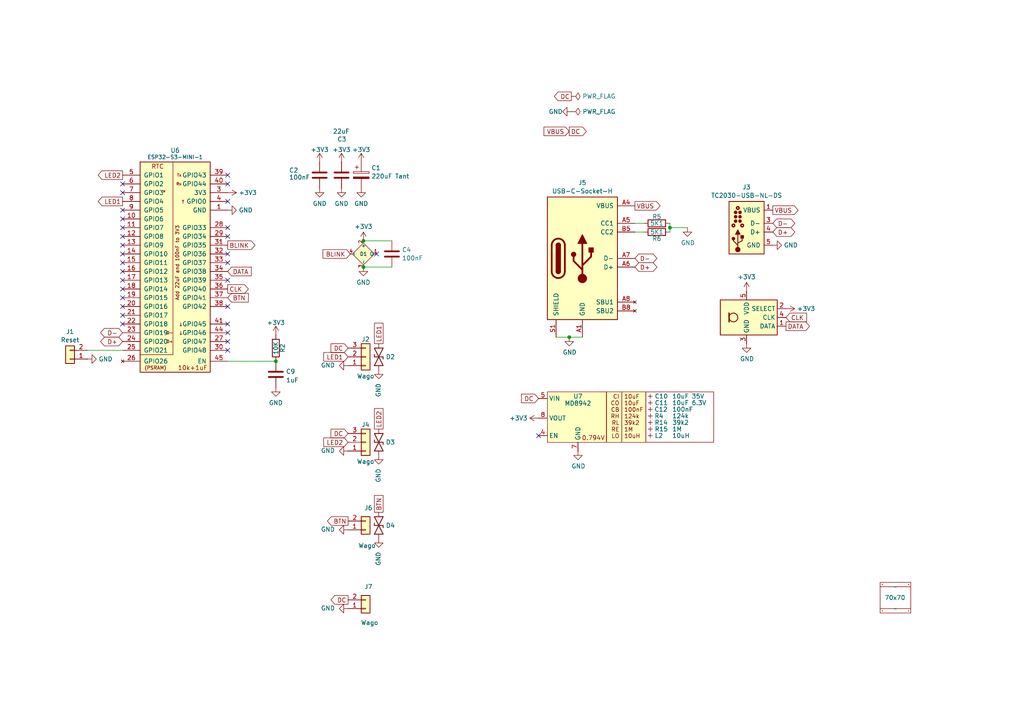
<source format=kicad_sch>
(kicad_sch (version 20241209) (generator "eeschema") (generator_version "9.0")
  (paper "A4")
  (title_block (title "LED driver") (rev "1") (comment 1 "@TheRealRevK") (comment 2 "www.me.uk"))
  (lib_symbols
    (symbol "Connector_Generic:Conn_01x02" (pin_names (offset 1.016) (hide yes))
      (property "Reference" "J" (at 0 2.54 0))
      (property "Value" "Conn_01x02" (at 0 -5.08 0))
      (symbol "Conn_01x02_1_1"
        (rectangle (start -1.27 1.27) (end 1.27 -3.81) (stroke (width 0.254)) (fill (type background)))
        (rectangle (start -1.27 0.127) (end 0 -0.127) (stroke (width 0.1524)))
        (rectangle (start -1.27 -2.413) (end 0 -2.667) (stroke (width 0.1524)))
        (pin passive line (at -5.08 0 0) (length 3.81) (name "Pin_1") (number "1"))
        (pin passive line (at -5.08 -2.54 0) (length 3.81) (name "Pin_2") (number "2"))
      )
    )
    (symbol "Connector_Generic:Conn_01x03" (pin_names (offset 1.016) (hide yes))
      (property "Reference" "J" (at 0 5.08 0))
      (property "Value" "Conn_01x03" (at 0 -5.08 0))
      (symbol "Conn_01x03_1_1"
        (rectangle (start -1.27 3.81) (end 1.27 -3.81) (stroke (width 0.254)) (fill (type background)))
        (rectangle (start -1.27 2.667) (end 0 2.413) (stroke (width 0.1524)))
        (rectangle (start -1.27 0.127) (end 0 -0.127) (stroke (width 0.1524)))
        (rectangle (start -1.27 -2.413) (end 0 -2.667) (stroke (width 0.1524)))
        (pin passive line (at -5.08 2.54 0) (length 3.81) (name "Pin_1") (number "1"))
        (pin passive line (at -5.08 0 0) (length 3.81) (name "Pin_2") (number "2"))
        (pin passive line (at -5.08 -2.54 0) (length 3.81) (name "Pin_3") (number "3"))
      )
    )
    (symbol "Device:C" (pin_numbers (hide yes)) (pin_names (offset 0.254))
      (property "Reference" "C" (at 0.635 2.54 0))
      (property "Value" "C" (at 0.635 -2.54 0))
      (symbol "C_0_1"
        (polyline (pts (xy -2.032 0.762) (xy 2.032 0.762)) (stroke (width 0.508)))
        (polyline (pts (xy -2.032 -0.762) (xy 2.032 -0.762)) (stroke (width 0.508)))
      )
      (symbol "C_1_1"
        (pin passive line (at 0 3.81 270) (length 2.794) (name "~") (number "1"))
        (pin passive line (at 0 -3.81 90) (length 2.794) (name "~") (number "2"))
      )
    )
    (symbol "Device:C_Polarized" (pin_numbers (hide yes)) (pin_names (offset 0.254))
      (property "Reference" "C" (at 0.635 2.54 0))
      (property "Value" "C_Polarized" (at 0.635 -2.54 0))
      (symbol "C_Polarized_0_1"
        (rectangle (start -2.286 0.508) (end 2.286 1.016))
        (polyline (pts (xy -1.778 2.286) (xy -0.762 2.286)))
        (polyline (pts (xy -1.27 2.794) (xy -1.27 1.778)))
        (rectangle (start 2.286 -0.508) (end -2.286 -1.016) (fill (type outline)))
      )
      (symbol "C_Polarized_1_1"
        (pin passive line (at 0 3.81 270) (length 2.794) (name "~") (number "1"))
        (pin passive line (at 0 -3.81 90) (length 2.794) (name "~") (number "2"))
      )
    )
    (symbol "Device:R" (pin_numbers (hide yes)) (pin_names (offset 0))
      (property "Reference" "R" (at 2.032 0 90))
      (property "Value" "R" (at 0 0 90))
      (symbol "R_0_1"
        (rectangle (start -1.016 -2.54) (end 1.016 2.54) (stroke (width 0.254)))
      )
      (symbol "R_1_1"
        (pin passive line (at 0 3.81 270) (length 1.27) (name "~") (number "1"))
        (pin passive line (at 0 -3.81 90) (length 1.27) (name "~") (number "2"))
      )
    )
    (symbol "RevK:ES05D1MC10" (pin_numbers (hide yes))
      (property "Reference" "D" (at 0 2.54 0))
      (symbol "ES05D1MC10_0_1"
        (polyline (pts (xy -2.54 1.27) (xy -2.54 -1.27) (xy 0 0) (xy -2.54 1.27)) (stroke (width 0.254)))
        (polyline (pts (xy 2.54 -1.27) (xy 2.54 1.27) (xy 0 0) (xy 2.54 -1.27)) (stroke (width 0.254)))
      )
      (symbol "ES05D1MC10_1_1"
        (polyline (pts (xy 0.635 1.27) (xy 0 1.27) (xy 0 -1.27) (xy -0.635 -1.27)) (stroke (width 0.254)))
        (pin passive line (at -3.81 0 0) (length 1.27) (name "~") (number "2"))
        (pin passive line (at 3.81 0 180) (length 1.27) (name "~") (number "1"))
      )
    )
    (symbol "RevK:ESP32-S3-MINI-1-N4R2" (pin_names (offset 1.016))
      (property "Reference" "U" (at 9.525 28.575 0))
      (property "Value" "ESP32-S3-MINI-1-N4R2" (at 0 31.115 0))
      (symbol "ESP32-S3-MINI-1-N4R2_0_0"
        (rectangle (start -10.16 30.48) (end 10.16 -30.48) (stroke (width 0.254)) (fill (type background)))
      )
      (symbol "ESP32-S3-MINI-1-N4R2_1_1"
        (polyline (pts (xy -10.16 -25.4) (xy -0.635 -25.4)))
        (polyline (pts (xy -0.635 30.48) (xy -0.635 -25.4)))
        (text "(PSRAM)" (at -5.715 -29.21 0) (effects (font (size 1 1))))
        (text "RTC" (at -5.08 29.21 0) (effects (font (size 1.27 1.27))))
        (text "*" (at -3.175 21.59 0) (effects (font (size 1.27 1.27))))
        (text "D-" (at -2.54 -19.05 0) (effects (font (size 0.8 0.8)) (justify left)))
        (text "D+" (at -2.54 -21.59 0) (effects (font (size 0.8 0.8)) (justify left)))
        (text "Add 22uF and 100nF to 3V3" (at 0.635 1.27 900) (effects (font (size 1 1))))
        (text "Tx" (at 1.905 26.67 0) (effects (font (size 0.8 0.8)) (justify right)))
        (text "Rx" (at 1.905 24.13 0) (effects (font (size 0.8 0.8)) (justify right)))
        (text "↓" (at 2.54 -16.51 0) (effects (font (size 1.27 1.27)) (justify right)))
        (text "↓" (at 2.54 -19.05 0) (effects (font (size 1.27 1.27)) (justify right)))
        (text "↑" (at 3.175 19.05 0) (effects (font (size 1.27 1.27)) (justify right)))
        (text "10k+1uF" (at 5.08 -29.21 0) (effects (font (size 1.27 1.27))))
        (pin passive line (at -15.24 26.67 0) (length 5.08) (name "GPIO1") (number "5"))
        (pin passive line (at -15.24 24.13 0) (length 5.08) (name "GPIO2") (number "6"))
        (pin passive line (at -15.24 21.59 0) (length 5.08) (name "GPIO3") (number "7"))
        (pin passive line (at -15.24 19.05 0) (length 5.08) (name "GPIO4") (number "8"))
        (pin passive line (at -15.24 16.51 0) (length 5.08) (name "GPIO5") (number "9"))
        (pin passive line (at -15.24 13.97 0) (length 5.08) (name "GPIO6") (number "10"))
        (pin passive line (at -15.24 11.43 0) (length 5.08) (name "GPIO7") (number "11"))
        (pin passive line (at -15.24 8.89 0) (length 5.08) (name "GPIO8") (number "12"))
        (pin passive line (at -15.24 6.35 0) (length 5.08) (name "GPIO9") (number "13"))
        (pin passive line (at -15.24 3.81 0) (length 5.08) (name "GPIO10") (number "14"))
        (pin passive line (at -15.24 1.27 0) (length 5.08) (name "GPIO11") (number "15"))
        (pin passive line (at -15.24 -1.27 0) (length 5.08) (name "GPIO12") (number "16"))
        (pin passive line (at -15.24 -3.81 0) (length 5.08) (name "GPIO13") (number "17"))
        (pin passive line (at -15.24 -6.35 0) (length 5.08) (name "GPIO14") (number "18"))
        (pin passive line (at -15.24 -8.89 0) (length 5.08) (name "GPIO15") (number "19"))
        (pin passive line (at -15.24 -11.43 0) (length 5.08) (name "GPIO16") (number "20"))
        (pin passive line (at -15.24 -13.97 0) (length 5.08) (name "GPIO17") (number "21"))
        (pin passive line (at -15.24 -16.51 0) (length 5.08) (name "GPIO18") (number "22"))
        (pin passive line (at -15.24 -19.05 0) (length 5.08) (name "GPIO19") (number "23"))
        (pin passive line (at -15.24 -21.59 0) (length 5.08) (name "GPIO20") (number "24"))
        (pin passive line (at -15.24 -24.13 0) (length 5.08) (name "GPIO21") (number "25"))
        (pin no_connect line (at -15.24 -27.305 0) (length 5.08) (name "GPIO26") (number "26"))
        (pin passive line (at 15.24 26.67 180) (length 5.08) (name "GPIO43") (number "39"))
        (pin passive line (at 15.24 24.13 180) (length 5.08) (name "GPIO44") (number "40"))
        (pin power_in line (at 15.24 21.59 180) (length 5.08) (name "3V3") (number "3"))
        (pin passive line (at 15.24 19.05 180) (length 5.08) (name "GPIO0") (number "4"))
        (pin power_in line (at 15.24 16.51 180) (length 5.08) (name "GND") (number "1"))
        (pin power_in line (at 15.24 16.51 180) (length 5.08) (hide yes) (name "GND") (number "2"))
        (pin power_in line (at 15.24 16.51 180) (length 5.08) (hide yes) (name "GND") (number "42"))
        (pin power_in line (at 15.24 16.51 180) (length 5.08) (hide yes) (name "GND") (number "43"))
        (pin power_in line (at 15.24 16.51 180) (length 5.08) (hide yes) (name "GND") (number "46"))
        (pin power_in line (at 15.24 16.51 180) (length 5.08) (hide yes) (name "GND") (number "47"))
        (pin power_in line (at 15.24 16.51 180) (length 5.08) (hide yes) (name "GND") (number "48"))
        (pin power_in line (at 15.24 16.51 180) (length 5.08) (hide yes) (name "GND") (number "49"))
        (pin power_in line (at 15.24 16.51 180) (length 5.08) (hide yes) (name "GND") (number "50"))
        (pin power_in line (at 15.24 16.51 180) (length 5.08) (hide yes) (name "GND") (number "51"))
        (pin power_in line (at 15.24 16.51 180) (length 5.08) (hide yes) (name "GND") (number "52"))
        (pin power_in line (at 15.24 16.51 180) (length 5.08) (hide yes) (name "GND") (number "53"))
        (pin power_in line (at 15.24 16.51 180) (length 5.08) (hide yes) (name "GND") (number "54"))
        (pin power_in line (at 15.24 16.51 180) (length 5.08) (hide yes) (name "GND") (number "55"))
        (pin power_in line (at 15.24 16.51 180) (length 5.08) (hide yes) (name "GND") (number "56"))
        (pin power_in line (at 15.24 16.51 180) (length 5.08) (hide yes) (name "GND") (number "57"))
        (pin power_in line (at 15.24 16.51 180) (length 5.08) (hide yes) (name "GND") (number "58"))
        (pin power_in line (at 15.24 16.51 180) (length 5.08) (hide yes) (name "GND") (number "59"))
        (pin power_in line (at 15.24 16.51 180) (length 5.08) (hide yes) (name "GND") (number "60"))
        (pin power_in line (at 15.24 16.51 180) (length 5.08) (hide yes) (name "GND") (number "61"))
        (pin power_in line (at 15.24 16.51 180) (length 5.08) (hide yes) (name "GND") (number "62"))
        (pin power_in line (at 15.24 16.51 180) (length 5.08) (hide yes) (name "GND") (number "63"))
        (pin power_in line (at 15.24 16.51 180) (length 5.08) (hide yes) (name "GND") (number "64"))
        (pin power_in line (at 15.24 16.51 180) (length 5.08) (hide yes) (name "GND") (number "65"))
        (pin passive line (at 15.24 11.43 180) (length 5.08) (name "GPIO33") (number "28"))
        (pin passive line (at 15.24 8.89 180) (length 5.08) (name "GPIO34") (number "29"))
        (pin passive line (at 15.24 6.35 180) (length 5.08) (name "GPIO35") (number "31"))
        (pin passive line (at 15.24 3.81 180) (length 5.08) (name "GPIO36") (number "32"))
        (pin passive line (at 15.24 1.27 180) (length 5.08) (name "GPIO37") (number "33"))
        (pin passive line (at 15.24 -1.27 180) (length 5.08) (name "GPIO38") (number "34"))
        (pin passive line (at 15.24 -3.81 180) (length 5.08) (name "GPIO39") (number "35"))
        (pin passive line (at 15.24 -6.35 180) (length 5.08) (name "GPIO40") (number "36"))
        (pin passive line (at 15.24 -8.89 180) (length 5.08) (name "GPIO41") (number "37"))
        (pin passive line (at 15.24 -11.43 180) (length 5.08) (name "GPIO42") (number "38"))
        (pin passive line (at 15.24 -16.51 180) (length 5.08) (name "GPIO45") (number "41"))
        (pin passive line (at 15.24 -19.05 180) (length 5.08) (name "GPIO46") (number "44"))
        (pin passive line (at 15.24 -21.59 180) (length 5.08) (name "GPIO47") (number "27"))
        (pin passive line (at 15.24 -24.13 180) (length 5.08) (name "GPIO48") (number "30"))
        (pin input line (at 15.24 -27.305 180) (length 5.08) (name "EN") (number "45"))
      )
    )
    (symbol "RevK:Hidden" (pin_names (offset 1.016)) (in_bom no)
      (property "Reference" "Z" (at 0.635 0 0))
      (property "Value" "Hidden" (at 4.445 0 0))
      (symbol "Hidden_0_1"
        (polyline (pts (xy -0.635 0) (xy 0.635 0)) (stroke (width 0.1524)))
        (polyline (pts (xy 0 0.635) (xy 0 -0.635)) (stroke (width 0.1524)))
      )
    )
    (symbol "RevK:MD89420-RegBlock"
      (property "Reference" "U" (at -0.635 4.445 0))
      (property "Value" "MD8942" (at 0 6.35 0))
      (symbol "MD89420-RegBlock_1_1"
        (rectangle (start -8.89 7.62) (end 8.255 -6.985) (fill (type background)))
        (rectangle (start 8.255 7.62) (end 12.7 -6.985) (fill (type background)))
        (rectangle (start 12.7 7.62) (end 19.685 -6.985) (fill (type background)))
        (rectangle (start 19.685 7.62) (end 39.37 -6.985))
        (text "0.794V" (at 4.445 -5.715 0) (effects (font (size 1.27 1.27))))
        (text "CI\nCO\nCB\nRH\nRL\nRE\nLO" (at 12.065 6.985 0) (effects (font (size 1.185 1.185)) (justify right top)))
        (text "10uF\n10uF\n100nF\n124k\n39k2\n1M\n10uH" (at 13.335 6.985 0) (effects (font (size 1.185 1.185)) (justify left top)))
        (pin power_in line (at -11.43 5.715 0) (length 2.54) (name "VIN") (number "5"))
        (pin power_out line (at -11.43 0 0) (length 2.54) (name "VOUT") (number "8"))
        (pin input line (at -11.43 -5.08 0) (length 2.54) (name "EN") (number "4"))
        (pin power_in line (at 0 -9.525 90) (length 2.54) (hide yes) (name "GND") (number "2"))
        (pin power_in line (at 0 -9.525 90) (length 2.54) (name "GND") (number "7"))
        (pin no_connect line (at 5.715 1.905 0) (length 2.54) (hide yes) (name "") (number "3"))
        (pin no_connect line (at 5.715 0 0) (length 2.54) (hide yes) (name "") (number "1"))
        (pin no_connect line (at 5.715 -1.905 0) (length 2.54) (hide yes) (name "") (number "6"))
      )
    )
    (symbol "RevK:PCB" (in_bom no)
      (property "Value" "XxY" (at 0 0 0))
      (symbol "PCB_0_1"
        (rectangle (start -4.445 4.445) (end 4.445 -4.445))
        (circle (center -3.81 3.81) (radius 0.0001))
        (circle (center -3.81 -3.81) (radius 0.0001))
        (circle (center 3.81 3.81) (radius 0.0001))
        (circle (center 3.81 -3.81) (radius 0.0001))
      )
    )
    (symbol "RevK:T3902_MEMS_Mic"
      (symbol "T3902_MEMS_Mic_1_1"
        (rectangle (start -7.62 5.08) (end 8.89 -5.08) (stroke (width 0.254)) (fill (type background)))
        (polyline (pts (xy -5.08 1.27) (xy -5.08 -1.27)) (stroke (width 0.381)))
        (circle (center -3.81 0) (radius 1.27) (stroke (width 0.254)))
        (pin power_in line (at 0 7.62 270) (length 2.54) (name "VDD") (number "5"))
        (pin power_in line (at 0 -7.62 90) (length 2.54) (name "GND") (number "3"))
        (pin input line (at 11.43 2.54 180) (length 2.54) (name "SELECT") (number "2"))
        (pin input line (at 11.43 0 180) (length 2.54) (name "CLK") (number "4"))
        (pin output line (at 11.43 -2.54 180) (length 2.54) (name "DATA") (number "1"))
      )
    )
    (symbol "RevK:TC2030-USB-NL" (pin_names (offset 1.016)) (in_bom no)
      (property "Reference" "J" (at 0 10.922 0))
      (property "Value" "TC2030-USB-NL" (at 0 8.89 0))
      (symbol "TC2030-USB-NL_0_1"
        (rectangle (start -5.08 7.62) (end 5.08 -7.62) (stroke (width 0.254)) (fill (type background)))
        (circle (center -3.81 -3.175) (radius 0.381) (stroke (width 0.254)) (fill (type outline)))
        (circle (center -3.175 4.445) (radius 0.381) (stroke (width 0.254)) (fill (type outline)))
        (circle (center -3.175 3.175) (radius 0.381) (stroke (width 0.254)) (fill (type outline)))
        (circle (center -3.175 1.905) (radius 0.381) (stroke (width 0.254)) (fill (type outline)))
        (polyline (pts (xy -3.175 -1.905) (xy -1.905 -1.905) (xy -2.54 -0.635) (xy -3.175 -1.905)) (stroke (width 0.254)) (fill (type outline)))
        (polyline (pts (xy -2.54 -5.08) (xy -2.54 -4.445) (xy -1.27 -3.81) (xy -1.27 -2.54)) (stroke (width 0.254)))
        (polyline (pts (xy -2.54 -5.715) (xy -2.54 -5.08) (xy -3.81 -3.81) (xy -3.81 -3.175)) (stroke (width 0.254)))
        (circle (center -2.54 -6.35) (radius 0.635) (stroke (width 0.254)) (fill (type outline)))
        (circle (center -1.905 4.445) (radius 0.381) (stroke (width 0.254)) (fill (type outline)))
        (circle (center -1.905 3.175) (radius 0.381) (stroke (width 0.254)) (fill (type outline)))
        (circle (center -1.905 1.905) (radius 0.381) (stroke (width 0.254)) (fill (type outline)))
        (rectangle (start -1.651 -2.286) (end -0.889 -3.048) (stroke (width 0.254)) (fill (type outline)))
      )
      (symbol "TC2030-USB-NL_1_1"
        (circle (center -3.81 0.635) (radius 0.381) (stroke (width 0.4)))
        (circle (center -2.54 5.715) (radius 0.381) (stroke (width 0.4)))
        (polyline (pts (xy -2.54 -4.445) (xy -2.54 -1.905)) (stroke (width 0.254)))
        (circle (center -1.27 0.635) (radius 0.381) (stroke (width 0.4)))
        (pin passive line (at 7.62 5.08 180) (length 2.54) (name "VBUS") (number "1"))
        (pin passive line (at 7.62 5.08 180) (length 2.54) (hide yes) (name "VBUS") (number "2"))
        (pin bidirectional line (at 7.62 1.27 180) (length 2.54) (name "D-") (number "3"))
        (pin bidirectional line (at 7.62 -1.27 180) (length 2.54) (name "D+") (number "4"))
        (pin passive line (at 7.62 -5.08 180) (length 2.54) (name "GND") (number "5"))
        (pin passive line (at 7.62 -5.08 180) (length 2.54) (hide yes) (name "GND") (number "6"))
      )
    )
    (symbol "RevK:USB-C-Socket-H" (pin_names (offset 1.016))
      (property "Reference" "J" (at -10.16 19.05 0))
      (property "Value" "USB-C-Socket-V" (at 0.635 12.7 0))
      (symbol "USB-C-Socket-H_0_1"
        (rectangle (start -10.16 17.78) (end 10.16 -17.78) (stroke (width 0.254)) (fill (type background)))
        (polyline (pts (xy -8.89 -3.81) (xy -8.89 3.81)) (stroke (width 0.508)))
        (rectangle (start -7.62 -3.81) (end -6.35 3.81) (stroke (width 0.254)) (fill (type outline)))
        (arc (start -7.62 3.81) (mid -6.985 4.4423) (end -6.35 3.81) (stroke (width 0.254)))
        (arc (start -7.62 3.81) (mid -6.985 4.4423) (end -6.35 3.81) (stroke (width 0.254)) (fill (type outline)))
        (arc (start -8.89 3.81) (mid -6.985 5.7067) (end -5.08 3.81) (stroke (width 0.508)))
        (arc (start -5.08 -3.81) (mid -6.985 -5.7067) (end -8.89 -3.81) (stroke (width 0.508)))
        (arc (start -6.35 -3.81) (mid -6.985 -4.4423) (end -7.62 -3.81) (stroke (width 0.254)) (fill (type outline)))
        (arc (start -6.35 -3.81) (mid -6.985 -4.4423) (end -7.62 -3.81) (stroke (width 0.254)))
        (polyline (pts (xy -5.08 3.81) (xy -5.08 -3.81)) (stroke (width 0.508)))
        (circle (center -2.54 1.143) (radius 0.635) (stroke (width 0.254)) (fill (type outline)))
        (polyline (pts (xy -1.27 4.318) (xy 0 6.858) (xy 1.27 4.318) (xy -1.27 4.318)) (stroke (width 0.254)) (fill (type outline)))
        (polyline (pts (xy 0 -2.032) (xy 2.54 0.508) (xy 2.54 1.778)) (stroke (width 0.508)))
        (polyline (pts (xy 0 -3.302) (xy -2.54 -0.762) (xy -2.54 0.508)) (stroke (width 0.508)))
        (polyline (pts (xy 0 -5.842) (xy 0 4.318)) (stroke (width 0.508)))
        (circle (center 0 -5.842) (radius 1.27) (fill (type outline)))
        (rectangle (start 1.905 1.778) (end 3.175 3.048) (stroke (width 0.254)) (fill (type outline)))
      )
      (symbol "USB-C-Socket-H_1_1"
        (pin passive line (at -7.62 -22.86 90) (length 5.08) (name "SHIELD") (number "S1"))
        (pin passive line (at 0 -22.86 90) (length 5.08) (name "GND") (number "A1"))
        (pin passive line (at 0 -22.86 90) (length 5.08) (hide yes) (name "GND") (number "A12"))
        (pin passive line (at 0 -22.86 90) (length 5.08) (hide yes) (name "GND") (number "B1"))
        (pin passive line (at 0 -22.86 90) (length 5.08) (hide yes) (name "GND") (number "B12"))
        (pin passive line (at 15.24 15.24 180) (length 5.08) (name "VBUS") (number "A4"))
        (pin passive line (at 15.24 15.24 180) (length 5.08) (hide yes) (name "VBUS") (number "A9"))
        (pin passive line (at 15.24 15.24 180) (length 5.08) (hide yes) (name "VBUS") (number "B4"))
        (pin passive line (at 15.24 15.24 180) (length 5.08) (hide yes) (name "VBUS") (number "B9"))
        (pin bidirectional line (at 15.24 10.16 180) (length 5.08) (name "CC1") (number "A5"))
        (pin bidirectional line (at 15.24 7.62 180) (length 5.08) (name "CC2") (number "B5"))
        (pin bidirectional line (at 15.24 0 180) (length 5.08) (name "D-") (number "A7"))
        (pin bidirectional line (at 15.24 0 180) (length 5.08) (hide yes) (name "D-") (number "B7"))
        (pin bidirectional line (at 15.24 -2.54 180) (length 5.08) (name "D+") (number "A6"))
        (pin bidirectional line (at 15.24 -2.54 180) (length 5.08) (hide yes) (name "D+") (number "B6"))
        (pin no_connect line (at 15.24 -12.7 180) (length 5.08) (name "SBU1") (number "A8"))
        (pin no_connect line (at 15.24 -15.24 180) (length 5.08) (name "SBU2") (number "B8"))
      )
    )
    (symbol "RevK:VCUT" (in_bom no)
      (symbol "VCUT_0_1"
        (polyline (pts (xy -4.445 0) (xy 4.445 0)))
      )
    )
    (symbol "RevK:WS2812B-1mm" (pin_names (offset 0.254))
      (property "Reference" "D" (at 0 0 0))
      (symbol "WS2812B-1mm_1_1"
        (polyline (pts (xy 0 3.175) (xy 3.175 0) (xy 0 -3.175) (xy -3.175 0) (xy 0 3.175)) (fill (type background)))
        (pin input line (at -3.81 0 0) (length 0.5) (name "I") (number "4"))
        (pin power_in line (at 0 3.81 270) (length 0.5) (name "-") (number "3"))
        (pin power_in line (at 0 -3.81 90) (length 0.5) (name "+") (number "2"))
        (pin output line (at 3.81 0 180) (length 0.5) (name "O") (number "1"))
      )
    )
    (symbol "power:+3.3V" (power) (pin_numbers (hide yes)) (pin_names (offset 0) (hide yes))
      (property "Value" "+3.3V" (at 0 3.556 0))
      (symbol "+3.3V_0_1"
        (polyline (pts (xy -0.762 1.27) (xy 0 2.54)))
        (polyline (pts (xy 0 2.54) (xy 0.762 1.27)))
        (polyline (pts (xy 0 0) (xy 0 2.54)))
      )
      (symbol "+3.3V_1_1"
        (pin power_in line (at 0 0 90) (length 0) (name "~") (number "1"))
      )
    )
    (symbol "power:GND" (power) (pin_numbers (hide yes)) (pin_names (offset 0) (hide yes))
      (property "Value" "GND" (at 0 -3.81 0))
      (symbol "GND_0_1"
        (polyline (pts (xy 0 0) (xy 0 -1.27) (xy 1.27 -1.27) (xy 0 -2.54) (xy -1.27 -1.27) (xy 0 -1.27)))
      )
      (symbol "GND_1_1"
        (pin power_in line (at 0 0 270) (length 0) (name "~") (number "1"))
      )
    )
    (symbol "power:PWR_FLAG" (power) (pin_numbers (hide yes)) (pin_names (offset 0) (hide yes))
      (property "Value" "PWR_FLAG" (at 0 3.81 0))
      (symbol "PWR_FLAG_0_0"
        (pin power_out line (at 0 0 90) (length 0) (name "~") (number "1"))
      )
      (symbol "PWR_FLAG_0_1"
        (polyline (pts (xy 0 0) (xy 0 1.27) (xy -1.016 1.905) (xy 0 2.54) (xy 1.016 1.905) (xy 0 1.27)))
      )
    )
  )
  (junction (at 105.41 69.85))
  (junction (at 165.1 97.79))
  (junction (at 105.41 77.47))
  (junction (at 194.31 66.04))
  (junction (at 80.01 104.775))
  (no_connect (at 35.56 60.96))
  (no_connect (at 66.04 81.28))
  (no_connect (at 66.04 58.42))
  (no_connect (at 66.04 50.8))
  (no_connect (at 66.04 101.6))
  (no_connect (at 35.56 66.04))
  (no_connect (at 35.56 73.66))
  (no_connect (at 35.56 91.44))
  (no_connect (at 35.56 55.88))
  (no_connect (at 66.04 88.9))
  (no_connect (at 35.56 88.9))
  (no_connect (at 156.21 126.365))
  (no_connect (at 35.56 63.5))
  (no_connect (at 35.56 81.28))
  (no_connect (at 35.56 93.98))
  (no_connect (at 35.56 71.12))
  (no_connect (at 35.56 78.74))
  (no_connect (at 66.04 76.2))
  (no_connect (at 66.04 66.04))
  (no_connect (at 35.56 68.58))
  (no_connect (at 35.56 83.82))
  (no_connect (at 66.04 93.98))
  (no_connect (at 35.56 53.34))
  (no_connect (at 35.56 76.2))
  (no_connect (at 66.04 73.66))
  (no_connect (at 66.04 99.06))
  (no_connect (at 66.04 53.34))
  (no_connect (at 66.04 68.58))
  (no_connect (at 109.22 73.66))
  (no_connect (at 66.04 96.52))
  (no_connect (at 35.56 86.36))
  (wire (pts (xy 194.31 66.04) (xy 194.31 67.31)))
  (wire (pts (xy 105.41 69.85) (xy 113.665 69.85)))
  (wire (pts (xy 161.29 97.79) (xy 165.1 97.79)))
  (wire (pts (xy 199.39 66.04) (xy 194.31 66.04)))
  (wire (pts (xy 105.41 77.47) (xy 113.665 77.47)))
  (wire (pts (xy 25.4 101.6) (xy 35.56 101.6)))
  (wire (pts (xy 194.31 64.77) (xy 194.31 66.04)))
  (wire (pts (xy 184.15 64.77) (xy 186.69 64.77)))
  (wire (pts (xy 168.91 97.79) (xy 165.1 97.79)))
  (wire (pts (xy 184.15 67.31) (xy 186.69 67.31)))
  (wire (pts (xy 66.04 104.775) (xy 80.01 104.775)))
  (global_label "D+" (shape bidirectional) (at 224.155 67.31 0) (property "Intersheetrefs" "${INTERSHEET_REFS}" (effects (hide yes))))
  (global_label "CLK" (shape input) (at 227.965 92.075 0) (property "Intersheetrefs" "${INTERSHEET_REFS}" (effects (hide yes))))
  (global_label "LED2" (shape passive) (at 109.855 124.46 90) (property "Intersheetrefs" "${INTERSHEET_REFS}" (effects (hide yes))))
  (global_label "LED2" (shape input) (at 100.965 128.27 180) (property "Intersheetrefs" "${INTERSHEET_REFS}" (effects (hide yes))))
  (global_label "LED1" (shape input) (at 100.965 103.505 180) (property "Intersheetrefs" "${INTERSHEET_REFS}" (effects (hide yes))))
  (global_label "DC" (shape input) (at 100.965 125.73 180) (property "Intersheetrefs" "${INTERSHEET_REFS}" (effects (hide yes))))
  (global_label "CLK" (shape output) (at 66.04 83.82 0) (property "Intersheetrefs" "${INTERSHEET_REFS}" (effects (hide yes))))
  (global_label "D+" (shape bidirectional) (at 35.56 99.06 180) (property "Intersheetrefs" "${INTERSHEET_REFS}" (effects (hide yes))))
  (global_label "DATA" (shape output) (at 227.965 94.615 0) (property "Intersheetrefs" "${INTERSHEET_REFS}" (effects (hide yes))))
  (global_label "BTN" (shape input) (at 66.04 86.36 0) (property "Intersheetrefs" "${INTERSHEET_REFS}" (effects (hide yes))))
  (global_label "LED1" (shape output) (at 35.56 58.42 180) (property "Intersheetrefs" "${INTERSHEET_REFS}" (effects (hide yes))))
  (global_label "DC" (shape input) (at 100.965 100.965 180) (property "Intersheetrefs" "${INTERSHEET_REFS}" (effects (hide yes))))
  (global_label "VBUS" (shape output) (at 224.155 60.96 0) (property "Intersheetrefs" "${INTERSHEET_REFS}" (effects (hide yes))))
  (global_label "VBUS" (shape output) (at 184.15 59.69 0) (property "Intersheetrefs" "${INTERSHEET_REFS}" (effects (hide yes))))
  (global_label "BTN" (shape output) (at 100.965 151.13 180) (property "Intersheetrefs" "${INTERSHEET_REFS}" (effects (hide yes))))
  (global_label "D-" (shape bidirectional) (at 224.155 64.77 0) (property "Intersheetrefs" "${INTERSHEET_REFS}" (effects (hide yes))))
  (global_label "DC" (shape input) (at 156.21 115.57 180) (property "Intersheetrefs" "${INTERSHEET_REFS}" (effects (hide yes))))
  (global_label "DATA" (shape input) (at 66.04 78.74 0) (property "Intersheetrefs" "${INTERSHEET_REFS}" (effects (hide yes))))
  (global_label "D-" (shape bidirectional) (at 184.15 74.93 0) (property "Intersheetrefs" "${INTERSHEET_REFS}" (effects (hide yes))))
  (global_label "DC" (shape output) (at 165.735 27.94 180) (property "Intersheetrefs" "${INTERSHEET_REFS}" (effects (hide yes))))
  (global_label "BLINK" (shape input) (at 101.6 73.66 180) (property "Intersheetrefs" "${INTERSHEET_REFS}" (effects (hide yes))))
  (global_label "D+" (shape bidirectional) (at 184.15 77.47 0) (property "Intersheetrefs" "${INTERSHEET_REFS}" (effects (hide yes))))
  (global_label "BTN" (shape passive) (at 109.855 148.59 90) (property "Intersheetrefs" "${INTERSHEET_REFS}" (effects (hide yes))))
  (global_label "DC" (shape output) (at 165.1 38.1 0) (property "Intersheetrefs" "${INTERSHEET_REFS}" (effects (hide yes))))
  (global_label "VBUS" (shape input) (at 165.1 38.1 180) (property "Intersheetrefs" "${INTERSHEET_REFS}" (effects (hide yes))))
  (global_label "DC" (shape output) (at 100.965 173.99 180) (property "Intersheetrefs" "${INTERSHEET_REFS}" (effects (hide yes))))
  (global_label "BLINK" (shape output) (at 66.04 71.12 0) (property "Intersheetrefs" "${INTERSHEET_REFS}" (effects (hide yes))))
  (global_label "D-" (shape bidirectional) (at 35.56 96.52 180) (property "Intersheetrefs" "${INTERSHEET_REFS}" (effects (hide yes))))
  (global_label "LED2" (shape output) (at 35.56 50.8 180) (property "Intersheetrefs" "${INTERSHEET_REFS}" (effects (hide yes))))
  (global_label "LED1" (shape passive) (at 109.855 99.695 90) (property "Intersheetrefs" "${INTERSHEET_REFS}" (effects (hide yes))))
  (symbol (lib_id "Device:R") (at 190.5 64.77 90) (unit 1)
    (property "Reference" "R5" (at 190.5 62.865 90))
    (property "Value" "5K1" (at 190.5 64.77 90))
    (property "Footprint" "RevK:R_0402" (effects (hide yes)))
    (property "Description" "Resistor" (effects (hide yes)))
  )
  (symbol (lib_id "power:GND") (at 199.39 66.04 0) (unit 1)
    (property "Reference" "#PWR011" (effects (hide yes)))
    (property "Value" "GND" (at 199.517 70.4342 0))
    (property "Description" "Power symbol creates a global label with name \"GND\" , ground" (effects (hide yes)))
  )
  (symbol (lib_id "power:GND") (at 165.1 97.79 0) (unit 1)
    (property "Reference" "#PWR012" (effects (hide yes)))
    (property "Value" "GND" (at 165.227 102.1842 0))
    (property "Description" "Power symbol creates a global label with name \"GND\" , ground" (effects (hide yes)))
  )
  (symbol (lib_id "Device:R") (at 190.5 67.31 270) (unit 1)
    (property "Reference" "R6" (at 190.5 69.215 90))
    (property "Value" "5K1" (at 190.5 67.31 90))
    (property "Footprint" "RevK:R_0402" (effects (hide yes)))
    (property "Description" "Resistor" (effects (hide yes)))
  )
  (symbol (lib_id "power:PWR_FLAG") (at 165.735 27.94 270) (unit 1)
    (property "Reference" "#FLG01" (effects (hide yes)))
    (property "Value" "PWR_FLAG" (at 168.91 27.94 90) (effects (justify left)))
    (property "Description" "Special symbol for telling ERC where power comes from" (effects (hide yes)))
  )
  (symbol (lib_id "power:PWR_FLAG") (at 165.735 32.385 270) (unit 1)
    (property "Reference" "#FLG02" (effects (hide yes)))
    (property "Value" "PWR_FLAG" (at 168.91 32.385 90) (effects (justify left)))
    (property "Description" "Special symbol for telling ERC where power comes from" (effects (hide yes)))
  )
  (symbol (lib_id "RevK:Hidden") (at 188.595 114.935 0) (unit 1)
    (property "Reference" "C10" (at 189.865 114.935 0) (effects (justify left)))
    (property "Value" "10uF 35V" (at 194.945 114.935 0) (effects (justify left)))
    (property "Footprint" "RevK:C_0603_" (effects (hide yes)))
    (property "LCSC Part #" "C194427" (effects (hide yes)))
  )
  (symbol (lib_id "RevK:Hidden") (at 188.595 118.745 90) (unit 1)
    (property "Reference" "C12" (at 193.675 118.745 90) (effects (justify left)))
    (property "Value" "100nF" (at 194.945 118.745 90) (effects (justify right)))
    (property "Footprint" "RevK:C_0603_" (effects (hide yes)))
  )
  (symbol (lib_id "RevK:Hidden") (at 188.595 124.46 0) (unit 1)
    (property "Reference" "R15" (at 189.865 124.46 0) (effects (justify left)))
    (property "Value" "1M" (at 194.945 124.46 0) (effects (justify left)))
    (property "Footprint" "RevK:R_0402_" (effects (hide yes)))
  )
  (symbol (lib_id "power:GND") (at 80.01 112.395 0) (unit 1)
    (property "Reference" "#PWR022" (effects (hide yes)))
    (property "Value" "GND" (at 80.01 116.8384 0))
    (property "Description" "Power symbol creates a global label with name \"GND\" , ground" (effects (hide yes)))
  )
  (symbol (lib_id "RevK:Hidden") (at 188.595 120.65 0) (unit 1)
    (property "Reference" "R4" (at 191.135 120.65 0))
    (property "Value" "124k" (at 194.945 120.65 0) (effects (justify left)))
    (property "Footprint" "RevK:R_0402_" (effects (hide yes)))
  )
  (symbol (lib_id "Connector_Generic:Conn_01x02") (at 106.045 153.67 0) (mirror x) (unit 1) (in_bom no)
    (property "Reference" "J6" (at 105.664 147.32 0) (effects (justify left)))
    (property "Value" "Wago" (at 103.886 158.242 0) (effects (justify left)))
    (property "Footprint" "RevK:WAGO-2060-452-998-404" (effects (hide yes)))
    (property "Description" "Generic connector, single row, 01x02, script generated (kicad-library-utils/schlib/autogen/connector/)" (effects (hide yes)))
    (property "LCSC Part #" "C2765055" (effects (hide yes)))
  )
  (symbol (lib_id "Connector_Generic:Conn_01x03") (at 106.045 103.505 0) (mirror x) (unit 1)
    (property "Reference" "J2" (at 106.045 98.425 0))
    (property "Value" "Wago" (at 106.045 109.093 0))
    (property "Footprint" "RevK:WAGO-2060-453-998-404" (effects (hide yes)))
    (property "Description" "Generic connector, single row, 01x03, script generated (kicad-library-utils/schlib/autogen/connector/)" (effects (hide yes)))
    (property "LCSC Part #" "C2765056" (effects (hide yes)))
  )
  (symbol (lib_id "Connector_Generic:Conn_01x02") (at 106.045 176.53 0) (mirror x) (unit 1)
    (property "Reference" "J7" (at 105.664 170.18 0) (effects (justify left)))
    (property "Value" "Wago" (at 104.648 180.594 0) (effects (justify left)))
    (property "Footprint" "RevK:WAGO-2060-452-998-404" (effects (hide yes)))
    (property "Description" "Generic connector, single row, 01x02, script generated (kicad-library-utils/schlib/autogen/connector/)" (effects (hide yes)))
    (property "LCSC Part #" "C2765055" (effects (hide yes)))
  )
  (symbol (lib_id "power:GND") (at 100.965 153.67 270) (unit 1)
    (property "Reference" "#PWR05" (effects (hide yes)))
    (property "Value" "GND" (at 97.155 153.543 90) (effects (justify right)))
    (property "Description" "Power symbol creates a global label with name \"GND\" , ground" (effects (hide yes)))
  )
  (symbol (lib_id "power:+3.3V") (at 92.71 46.99 0) (unit 1)
    (property "Reference" "#PWR023" (effects (hide yes)))
    (property "Value" "+3V3" (at 92.71 43.4142 0))
    (property "Description" "Power symbol creates a global label with name \"+3.3V\"" (effects (hide yes)))
  )
  (symbol (lib_id "power:+3.3V") (at 104.775 46.99 0) (unit 1)
    (property "Reference" "#PWR010" (effects (hide yes)))
    (property "Value" "+3V3" (at 104.775 43.4142 0))
    (property "Description" "Power symbol creates a global label with name \"+3.3V\"" (effects (hide yes)))
  )
  (symbol (lib_id "power:+3.3V") (at 105.41 69.85 0) (unit 1)
    (property "Reference" "#PWR01" (effects (hide yes)))
    (property "Value" "+3V3" (at 105.41 65.7169 0))
    (property "Description" "Power symbol creates a global label with name \"+3.3V\"" (effects (hide yes)))
  )
  (symbol (lib_id "Device:C") (at 99.06 50.8 0) (unit 1)
    (property "Reference" "C3" (at 97.79 40.386 0) (effects (justify left)))
    (property "Value" "22uF" (at 96.52 38.1 0) (effects (justify left)))
    (property "Footprint" "RevK:C_0603" (effects (hide yes)))
  )
  (symbol (lib_id "RevK:ESP32-S3-MINI-1-N4R2") (at 50.8 77.47 0) (unit 1)
    (property "Reference" "U6" (at 50.8 43.6332 0))
    (property "Value" "ESP32-S3-MINI-1" (at 50.8 45.5696 0) (effects (font (size 1.1 1.1))))
    (property "Footprint" "RevK:ESP32-S3-MINI-1" (effects (hide yes)))
    (property "Datasheet" "https://www.espressif.com/sites/default/files/documentation/esp32-s3-mini-1_mini-1u_datasheet_en.pdf" (effects (hide yes)))
    (property "LCSC Part #" "C3013941" (effects (hide yes)))
  )
  (symbol (lib_id "power:+3.3V") (at 66.04 55.88 270) (unit 1)
    (property "Reference" "#PWR019" (effects (hide yes)))
    (property "Value" "+3V3" (at 69.215 55.88 90) (effects (justify left)))
    (property "Description" "Power symbol creates a global label with name \"+3.3V\"" (effects (hide yes)))
  )
  (symbol (lib_id "power:GND") (at 167.64 130.81 0) (unit 1)
    (property "Reference" "#PWR025" (effects (hide yes)))
    (property "Value" "GND" (at 167.767 135.2042 0))
    (property "Description" "Power symbol creates a global label with name \"GND\" , ground" (effects (hide yes)))
  )
  (symbol (lib_id "power:+3.3V") (at 80.01 97.155 0) (unit 1)
    (property "Reference" "#PWR021" (effects (hide yes)))
    (property "Value" "+3V3" (at 80.01 93.5792 0))
    (property "Description" "Power symbol creates a global label with name \"+3.3V\"" (effects (hide yes)))
  )
  (symbol (lib_id "power:GND") (at 100.965 130.81 270) (unit 1)
    (property "Reference" "#PWR038" (effects (hide yes)))
    (property "Value" "GND" (at 97.155 130.683 90) (effects (justify right)))
    (property "Description" "Power symbol creates a global label with name \"GND\" , ground" (effects (hide yes)))
  )
  (symbol (lib_id "Connector_Generic:Conn_01x02") (at 20.32 104.14 180) (unit 1)
    (property "Reference" "J1" (at 20.32 96.1855 0))
    (property "Value" "Reset" (at 20.32 98.6098 0))
    (property "Footprint" "RevK:AA-Pad" (effects (hide yes)))
    (property "Description" "Generic connector, single row, 01x02, script generated (kicad-library-utils/schlib/autogen/connector/)" (effects (hide yes)))
  )
  (symbol (lib_id "Connector_Generic:Conn_01x03") (at 106.045 128.27 0) (mirror x) (unit 1)
    (property "Reference" "J4" (at 106.045 123.19 0))
    (property "Value" "Wago" (at 106.045 133.858 0))
    (property "Footprint" "RevK:WAGO-2060-453-998-404" (effects (hide yes)))
    (property "Description" "Generic connector, single row, 01x03, script generated (kicad-library-utils/schlib/autogen/connector/)" (effects (hide yes)))
    (property "LCSC Part #" "C2765056" (effects (hide yes)))
  )
  (symbol (lib_id "power:+3.3V") (at 99.06 46.99 0) (unit 1)
    (property "Reference" "#PWR017" (effects (hide yes)))
    (property "Value" "+3V3" (at 99.06 43.4142 0))
    (property "Description" "Power symbol creates a global label with name \"+3.3V\"" (effects (hide yes)))
  )
  (symbol (lib_id "RevK:ES05D1MC10") (at 109.855 128.27 270) (unit 1)
    (property "Reference" "D3" (at 111.887 128.27 90) (effects (justify left)))
    (property "Value" "~" (at 109.855 128.27 0))
    (property "Footprint" "RevK:DFN1006-2L" (effects (hide yes)))
    (property "LCSC Part #" "C5137770" (effects (hide yes)))
  )
  (symbol (lib_id "RevK:TC2030-USB-NL") (at 216.535 66.04 0) (unit 1) (in_bom no)
    (property "Reference" "J3" (at 216.535 54.2755 0))
    (property "Value" "TC2030-USB-NL-DS" (at 216.535 56.6998 0))
    (property "Footprint" "RevK:Tag-Connect_TC2030-IDC-NL_2x03_P1.27mm_Vertical" (effects (hide yes)))
    (property "Datasheet" " ~" (effects (hide yes)))
    (property "Description" "TC2030-USB-NL" (effects (hide yes)))
  )
  (symbol (lib_id "power:GND") (at 100.965 106.045 270) (unit 1)
    (property "Reference" "#PWR0109" (effects (hide yes)))
    (property "Value" "GND" (at 97.155 105.918 90) (effects (justify right)))
    (property "Description" "Power symbol creates a global label with name \"GND\" , ground" (effects (hide yes)))
  )
  (symbol (lib_id "power:+3.3V") (at 216.535 84.455 0) (unit 1)
    (property "Reference" "#PWR02" (effects (hide yes)))
    (property "Value" "+3V3" (at 216.535 80.3219 0))
    (property "Description" "Power symbol creates a global label with name \"+3.3V\"" (effects (hide yes)))
  )
  (symbol (lib_id "RevK:T3902_MEMS_Mic") (at 216.535 92.075 0) (unit 1)
    (property "Reference" "T1" (effects (hide yes)))
    (property "Value" "T3902_MEMS_Mic" (effects (hide yes)))
    (property "Footprint" "RevK:T3902_MEMS_Mic" (effects (hide yes)))
    (property "Datasheet" "https://www.lcsc.com/datasheet/lcsc_datasheet_2401291125_TDK-InvenSense-MMICT390200012_C3171752.pdf" (effects (hide yes)))
    (property "Description" "I2S Microphone" (effects (hide yes)))
    (property "LCSC Part #" "C3171752" (effects (hide yes)))
  )
  (symbol (lib_id "power:GND") (at 66.04 60.96 90) (unit 1)
    (property "Reference" "#PWR020" (effects (hide yes)))
    (property "Value" "GND" (at 69.215 60.96 90) (effects (justify right)))
    (property "Description" "Power symbol creates a global label with name \"GND\" , ground" (effects (hide yes)))
  )
  (symbol (lib_id "power:GND") (at 100.965 176.53 270) (unit 1)
    (property "Reference" "#PWR06" (effects (hide yes)))
    (property "Value" "GND" (at 97.155 176.403 90) (effects (justify right)))
    (property "Description" "Power symbol creates a global label with name \"GND\" , ground" (effects (hide yes)))
  )
  (symbol (lib_id "RevK:USB-C-Socket-H") (at 168.91 74.93 0) (unit 1)
    (property "Reference" "J5" (at 168.91 53.0057 0))
    (property "Value" "USB-C-Socket-H" (at 168.91 55.4299 0))
    (property "Footprint" "RevK:USB-C-Socket-H" (effects (hide yes)))
    (property "Description" "USB 2.0-only Type-C Receptacle connector" (effects (hide yes)))
    (property "LCSC Part #" "C709357" (effects (hide yes)))
  )
  (symbol (lib_id "Device:C") (at 113.665 73.66 0) (mirror y) (unit 1)
    (property "Reference" "C4" (at 116.586 72.4478 0) (effects (justify right)))
    (property "Value" "100nF" (at 116.586 74.8721 0) (effects (justify right)))
    (property "Footprint" "RevK:C_0603" (effects (hide yes)))
  )
  (symbol (lib_id "Device:C_Polarized") (at 104.775 50.8 0) (unit 1)
    (property "Reference" "C1" (at 107.696 48.6988 0) (effects (justify left)))
    (property "Value" "220uF Tant" (at 107.696 51.1231 0) (effects (justify left)))
    (property "Footprint" "RevK:CP_EIA-3528-21_Kemet-B" (effects (hide yes)))
    (property "Description" "Polarized capacitor" (effects (hide yes)))
    (property "LCSC Part #" "C122649" (effects (hide yes)))
    (property "JLCPCB Rotation Offset" "180" (effects (hide yes)))
  )
  (symbol (lib_id "power:GND") (at 99.06 54.61 0) (unit 1)
    (property "Reference" "#PWR026" (effects (hide yes)))
    (property "Value" "GND" (at 99.06 59.0534 0))
    (property "Description" "Power symbol creates a global label with name \"GND\" , ground" (effects (hide yes)))
  )
  (symbol (lib_id "power:GND") (at 224.155 71.12 90) (unit 1)
    (property "Reference" "#PWR014" (effects (hide yes)))
    (property "Value" "GND" (at 227.33 71.12 90) (effects (justify right)))
    (property "Description" "Power symbol creates a global label with name \"GND\" , ground" (effects (hide yes)))
  )
  (symbol (lib_id "RevK:WS2812B-1mm") (at 105.41 73.66 0) (mirror x) (unit 1)
    (property "Reference" "D1" (at 105.41 73.66 0) (effects (font (size 1 1))))
    (property "Value" "XL-1010RGBC-WS2812B" (effects (hide yes)))
    (property "Footprint" "RevK:SMD1010" (effects (hide yes)))
    (property "Datasheet" "https://datasheet.lcsc.com/lcsc/2301111010_XINGLIGHT-XL-1010RGBC-WS2812B_C5349953.pdf" (effects (hide yes)))
    (property "Description" "RGB LED with integrated controller" (effects (hide yes)))
    (property "LCSC Part #" "C5349953" (effects (hide yes)))
  )
  (symbol (lib_id "Device:R") (at 80.01 100.965 0) (unit 1)
    (property "Reference" "R2" (at 81.915 100.965 90))
    (property "Value" "10K" (at 80.01 100.965 90))
    (property "Footprint" "RevK:R_0402" (effects (hide yes)))
    (property "Description" "Resistor" (effects (hide yes)))
  )
  (symbol (lib_id "RevK:Hidden") (at 188.595 126.365 90) (unit 1)
    (property "Reference" "L2" (at 189.865 126.365 90) (effects (justify right)))
    (property "Value" "10uH" (at 194.945 126.365 90) (effects (justify right)))
    (property "Footprint" "RevK:L_4x4_" (effects (hide yes)))
  )
  (symbol (lib_id "power:GND") (at 165.735 32.385 270) (unit 1)
    (property "Reference" "#PWR013" (effects (hide yes)))
    (property "Value" "GND" (at 161.163 32.385 90))
    (property "Description" "Power symbol creates a global label with name \"GND\" , ground" (effects (hide yes)))
  )
  (symbol (lib_id "power:+3.3V") (at 227.965 89.535 270) (unit 1)
    (property "Reference" "#PWR04" (effects (hide yes)))
    (property "Value" "+3V3" (at 231.14 89.535 90) (effects (justify left)))
    (property "Description" "Power symbol creates a global label with name \"+3.3V\"" (effects (hide yes)))
  )
  (symbol (lib_id "power:GND") (at 105.41 77.47 0) (unit 1)
    (property "Reference" "#PWR09" (effects (hide yes)))
    (property "Value" "GND" (at 105.41 81.9134 0))
    (property "Description" "Power symbol creates a global label with name \"GND\" , ground" (effects (hide yes)))
  )
  (symbol (lib_id "RevK:VCUT") (at 259.715 176.53 0) (unit 1) (exclude_from_sim yes) (in_bom no)
    (property "Reference" "V2" (effects (hide yes)))
    (property "Value" "~" (at 259.715 176.53 0))
    (property "Footprint" "RevK:VCUT70N" (effects (hide yes)))
  )
  (symbol (lib_id "RevK:MD89420-RegBlock") (at 167.64 121.285 0) (unit 1)
    (property "Reference" "U7" (at 167.64 114.935 0))
    (property "Value" "MD8942" (at 167.64 116.983 0))
    (property "Footprint" "RevK:SOT-23-6-MD8942" (effects (hide yes)))
    (property "Datasheet" "https://datasheet.lcsc.com/lcsc/2101111937_Shanghai-Mingda-Microelectronics-MD8942_C2684786.pdf" (effects (hide yes)))
    (property "LCSC Part #" "C2684786" (effects (hide yes)))
  )
  (symbol (lib_id "power:GND") (at 216.535 99.695 0) (unit 1)
    (property "Reference" "#PWR03" (effects (hide yes)))
    (property "Value" "GND" (at 216.662 104.0892 0))
    (property "Description" "Power symbol creates a global label with name \"GND\" , ground" (effects (hide yes)))
  )
  (symbol (lib_id "Device:C") (at 92.71 50.8 0) (unit 1)
    (property "Reference" "C2" (at 83.82 49.387 0) (effects (justify left)))
    (property "Value" "100nF" (at 83.82 51.435 0) (effects (justify left)))
    (property "Footprint" "RevK:C_0402" (effects (hide yes)))
  )
  (symbol (lib_id "power:GND") (at 109.855 107.315 0) (unit 1)
    (property "Reference" "#PWR037" (effects (hide yes)))
    (property "Value" "GND" (at 109.728 111.125 90) (effects (justify right)))
    (property "Description" "Power symbol creates a global label with name \"GND\" , ground" (effects (hide yes)))
  )
  (symbol (lib_id "RevK:PCB") (at 259.715 173.355 0) (unit 1) (in_bom no)
    (property "Reference" "PCB1" (effects (hide yes)))
    (property "Value" "70x70" (at 256.54 173.355 0) (effects (justify left)))
    (property "Footprint" "RevK:PCB7070" (effects (hide yes)))
  )
  (symbol (lib_id "power:GND") (at 109.855 156.21 0) (unit 1)
    (property "Reference" "#PWR040" (effects (hide yes)))
    (property "Value" "GND" (at 109.728 160.02 90) (effects (justify right)))
    (property "Description" "Power symbol creates a global label with name \"GND\" , ground" (effects (hide yes)))
  )
  (symbol (lib_id "RevK:ES05D1MC10") (at 109.855 152.4 270) (unit 1)
    (property "Reference" "D4" (at 111.887 152.4 90) (effects (justify left)))
    (property "Value" "~" (at 109.855 152.4 0))
    (property "Footprint" "RevK:DFN1006-2L" (effects (hide yes)))
    (property "LCSC Part #" "C5137770" (effects (hide yes)))
  )
  (symbol (lib_id "power:GND") (at 92.71 54.61 0) (unit 1)
    (property "Reference" "#PWR018" (effects (hide yes)))
    (property "Value" "GND" (at 92.71 59.0534 0))
    (property "Description" "Power symbol creates a global label with name \"GND\" , ground" (effects (hide yes)))
  )
  (symbol (lib_id "RevK:Hidden") (at 188.595 116.84 0) (unit 1)
    (property "Reference" "C11" (at 189.865 116.84 0) (effects (justify left)))
    (property "Value" "10uF 6.3V" (at 194.945 116.84 0) (effects (justify left)))
    (property "Footprint" "RevK:C_0603_" (effects (hide yes)))
    (property "LCSC Part #" "C1691" (effects (hide yes)))
  )
  (symbol (lib_id "power:GND") (at 25.4 104.14 90) (unit 1)
    (property "Reference" "#PWR035" (effects (hide yes)))
    (property "Value" "GND" (at 28.575 104.14 90) (effects (justify right)))
    (property "Description" "Power symbol creates a global label with name \"GND\" , ground" (effects (hide yes)))
  )
  (symbol (lib_id "power:+3.3V") (at 156.21 121.285 90) (unit 1)
    (property "Reference" "#PWR024" (effects (hide yes)))
    (property "Value" "+3V3" (at 153.035 121.285 90) (effects (justify left)))
    (property "Description" "Power symbol creates a global label with name \"+3.3V\"" (effects (hide yes)))
  )
  (symbol (lib_id "RevK:VCUT") (at 259.715 170.18 0) (unit 1) (exclude_from_sim yes) (in_bom no)
    (property "Reference" "V1" (effects (hide yes)))
    (property "Value" "~" (at 259.715 170.18 0))
    (property "Footprint" "RevK:VCUT70N" (effects (hide yes)))
  )
  (symbol (lib_id "RevK:ES05D1MC10") (at 109.855 103.505 270) (unit 1)
    (property "Reference" "D2" (at 111.887 103.505 90) (effects (justify left)))
    (property "Value" "~" (at 109.855 103.505 0))
    (property "Footprint" "RevK:DFN1006-2L" (effects (hide yes)))
    (property "LCSC Part #" "C5137770" (effects (hide yes)))
  )
  (symbol (lib_id "power:GND") (at 104.775 54.61 0) (unit 1)
    (property "Reference" "#PWR016" (effects (hide yes)))
    (property "Value" "GND" (at 104.775 59.0534 0))
    (property "Description" "Power symbol creates a global label with name \"GND\" , ground" (effects (hide yes)))
  )
  (symbol (lib_id "power:GND") (at 109.855 132.08 0) (unit 1)
    (property "Reference" "#PWR039" (effects (hide yes)))
    (property "Value" "GND" (at 109.728 135.89 90) (effects (justify right)))
    (property "Description" "Power symbol creates a global label with name \"GND\" , ground" (effects (hide yes)))
  )
  (symbol (lib_id "Device:C") (at 80.01 108.585 0) (unit 1)
    (property "Reference" "C9" (at 82.931 107.7503 0) (effects (justify left)))
    (property "Value" "1uF" (at 82.931 110.2872 0) (effects (justify left)))
    (property "Footprint" "RevK:C_0402" (effects (hide yes)))
    (property "Description" "Unpolarized capacitor" (effects (hide yes)))
  )
  (symbol (lib_id "RevK:Hidden") (at 188.595 122.555 270) (unit 1)
    (property "Reference" "R14" (at 191.77 122.555 90))
    (property "Value" "39k2" (at 194.945 122.555 90) (effects (justify left)))
    (property "Footprint" "RevK:R_0402_" (effects (hide yes)))
  )
)
</source>
